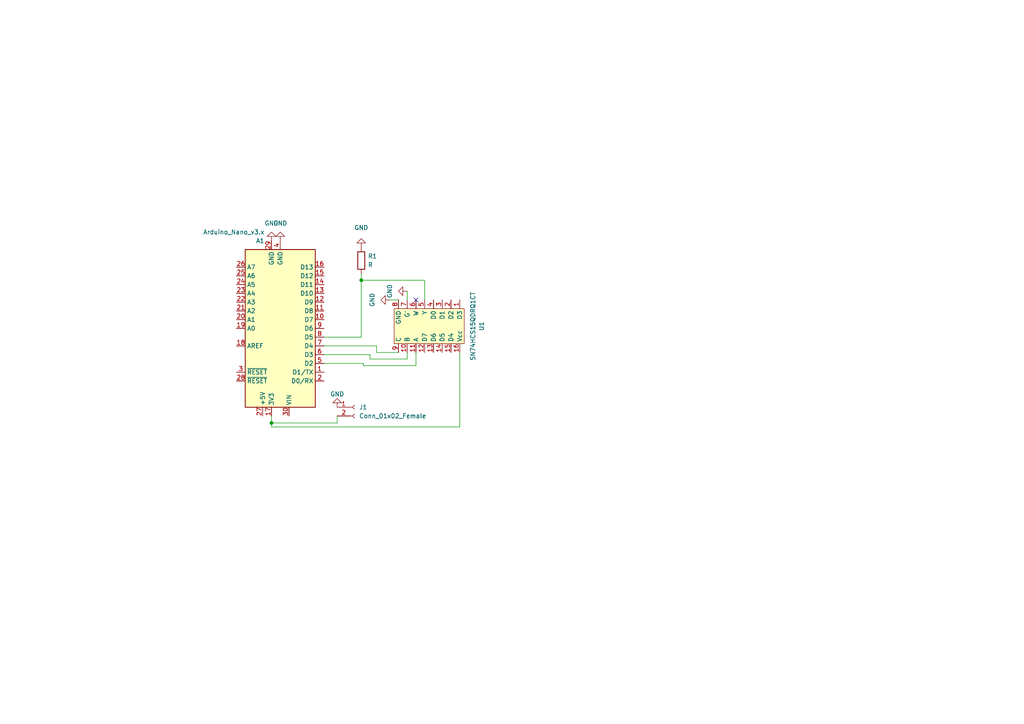
<source format=kicad_sch>
(kicad_sch (version 20211123) (generator eeschema)
  (paper "A4")
  (lib_symbols
    (symbol "Connector:Conn_01x02_Female" (pin_names (offset 1.016) hide)
      (property "Reference" "J" (at 0 2.54 0))
      (property "Value" "Conn_01x02_Female" (at 0 -5.08 0))
      (symbol "Conn_01x02_Female_1_1"
        (arc (start 0 -2.032) (mid -0.508 -2.54) (end 0 -3.048) (stroke (width 0.1524)))
        (polyline (pts (xy -1.27 -2.54) (xy -0.508 -2.54)) (stroke (width 0.1524)))
        (polyline (pts (xy -1.27 0) (xy -0.508 0)) (stroke (width 0.1524)))
        (arc (start 0 0.508) (mid -0.508 0) (end 0 -0.508) (stroke (width 0.1524)))
        (pin passive line (at -5.08 0 0) (length 3.81) (name "Pin_1") (number "1"))
        (pin passive line (at -5.08 -2.54 0) (length 3.81) (name "Pin_2") (number "2"))
      )
    )
    (symbol "Device:R" (pin_numbers hide) (pin_names (offset 0))
      (property "Reference" "R" (at 2.032 0 90))
      (property "Value" "R" (at 0 0 90))
      (symbol "R_0_1"
        (rectangle (start -1.016 -2.54) (end 1.016 2.54) (stroke (width 0.254)))
      )
      (symbol "R_1_1"
        (pin passive line (at 0 3.81 270) (length 1.27) (name "~") (number "1"))
        (pin passive line (at 0 -3.81 90) (length 1.27) (name "~") (number "2"))
      )
    )
    (symbol "MCU_Module:Arduino_Nano_v3.x"
      (property "Reference" "A" (at -10.16 23.495 0))
      (property "Value" "Arduino_Nano_v3.x" (at 5.08 -24.13 0))
      (symbol "Arduino_Nano_v3.x_0_1"
        (rectangle (start -10.16 22.86) (end 10.16 -22.86) (stroke (width 0.254)) (fill (type background)))
      )
      (symbol "Arduino_Nano_v3.x_1_1"
        (pin bidirectional line (at -12.7 12.7 0) (length 2.54) (name "D1/TX") (number "1"))
        (pin bidirectional line (at -12.7 -2.54 0) (length 2.54) (name "D7") (number "10"))
        (pin bidirectional line (at -12.7 -5.08 0) (length 2.54) (name "D8") (number "11"))
        (pin bidirectional line (at -12.7 -7.62 0) (length 2.54) (name "D9") (number "12"))
        (pin bidirectional line (at -12.7 -10.16 0) (length 2.54) (name "D10") (number "13"))
        (pin bidirectional line (at -12.7 -12.7 0) (length 2.54) (name "D11") (number "14"))
        (pin bidirectional line (at -12.7 -15.24 0) (length 2.54) (name "D12") (number "15"))
        (pin bidirectional line (at -12.7 -17.78 0) (length 2.54) (name "D13") (number "16"))
        (pin power_out line (at 2.54 25.4 270) (length 2.54) (name "3V3") (number "17"))
        (pin input line (at 12.7 5.08 180) (length 2.54) (name "AREF") (number "18"))
        (pin bidirectional line (at 12.7 0 180) (length 2.54) (name "A0") (number "19"))
        (pin bidirectional line (at -12.7 15.24 0) (length 2.54) (name "D0/RX") (number "2"))
        (pin bidirectional line (at 12.7 -2.54 180) (length 2.54) (name "A1") (number "20"))
        (pin bidirectional line (at 12.7 -5.08 180) (length 2.54) (name "A2") (number "21"))
        (pin bidirectional line (at 12.7 -7.62 180) (length 2.54) (name "A3") (number "22"))
        (pin bidirectional line (at 12.7 -10.16 180) (length 2.54) (name "A4") (number "23"))
        (pin bidirectional line (at 12.7 -12.7 180) (length 2.54) (name "A5") (number "24"))
        (pin bidirectional line (at 12.7 -15.24 180) (length 2.54) (name "A6") (number "25"))
        (pin bidirectional line (at 12.7 -17.78 180) (length 2.54) (name "A7") (number "26"))
        (pin power_out line (at 5.08 25.4 270) (length 2.54) (name "+5V") (number "27"))
        (pin input line (at 12.7 15.24 180) (length 2.54) (name "~{RESET}") (number "28"))
        (pin power_in line (at 2.54 -25.4 90) (length 2.54) (name "GND") (number "29"))
        (pin input line (at 12.7 12.7 180) (length 2.54) (name "~{RESET}") (number "3"))
        (pin power_in line (at -2.54 25.4 270) (length 2.54) (name "VIN") (number "30"))
        (pin power_in line (at 0 -25.4 90) (length 2.54) (name "GND") (number "4"))
        (pin bidirectional line (at -12.7 10.16 0) (length 2.54) (name "D2") (number "5"))
        (pin bidirectional line (at -12.7 7.62 0) (length 2.54) (name "D3") (number "6"))
        (pin bidirectional line (at -12.7 5.08 0) (length 2.54) (name "D4") (number "7"))
        (pin bidirectional line (at -12.7 2.54 0) (length 2.54) (name "D5") (number "8"))
        (pin bidirectional line (at -12.7 0 0) (length 2.54) (name "D6") (number "9"))
      )
    )
    (symbol "power:GND" (power) (pin_names (offset 0))
      (property "Value" "GND" (at 0 -3.81 0))
      (symbol "GND_0_1"
        (polyline (pts (xy 0 0) (xy 0 -1.27) (xy 1.27 -1.27) (xy 0 -2.54) (xy -1.27 -1.27) (xy 0 -1.27)))
      )
      (symbol "GND_1_1"
        (pin power_in line (at 0 0 270) (length 0) hide (name "GND") (number "1"))
      )
    )
    (symbol "single_layer_prototype:SN74HCS15QDRQ1CT"
      (property "Reference" "U" (at 0 0 0))
      (property "Value" "SN74HCS15QDRQ1CT" (at 0 2.54 0))
      (symbol "SN74HCS15QDRQ1CT_0_1"
        (rectangle (start -5.08 -1.27) (end 5.08 -21.59) (fill (type background)))
      )
      (symbol "SN74HCS15QDRQ1CT_1_1"
        (pin input line (at -7.62 -2.54 0) (length 2.54) (name "D3") (number "1"))
        (pin input line (at 7.62 -17.78 180) (length 2.54) (name "B") (number "10"))
        (pin input line (at 7.62 -15.24 180) (length 2.54) (name "A") (number "11"))
        (pin input line (at 7.62 -12.7 180) (length 2.54) (name "D7") (number "12"))
        (pin input line (at 7.62 -10.16 180) (length 2.54) (name "D6") (number "13"))
        (pin input line (at 7.62 -7.62 180) (length 2.54) (name "D5") (number "14"))
        (pin input line (at 7.62 -5.08 180) (length 2.54) (name "D4") (number "15"))
        (pin input line (at 7.62 -2.54 180) (length 2.54) (name "Vcc") (number "16"))
        (pin input line (at -7.62 -5.08 0) (length 2.54) (name "D2") (number "2"))
        (pin input line (at -7.62 -7.62 0) (length 2.54) (name "D1") (number "3"))
        (pin input line (at -7.62 -10.16 0) (length 2.54) (name "D0") (number "4"))
        (pin input line (at -7.62 -12.7 0) (length 2.54) (name "Y") (number "5"))
        (pin input line (at -7.62 -15.24 0) (length 2.54) (name "W") (number "6"))
        (pin input line (at -7.62 -17.78 0) (length 2.54) (name "G'") (number "7"))
        (pin input line (at -7.62 -20.32 0) (length 2.54) (name "GND") (number "8"))
        (pin input line (at 7.62 -20.32 180) (length 2.54) (name "C") (number "9"))
      )
    )
  )
  (junction (at 104.775 81.28))
  (junction (at 78.74 122.682))
  (no_connect (at 120.65 86.995))
  (wire (pts (xy 107.315 104.14) (xy 107.315 102.87)))
  (wire (pts (xy 97.79 122.682) (xy 78.74 122.682)))
  (wire (pts (xy 123.19 81.28) (xy 104.775 81.28)))
  (wire (pts (xy 78.74 123.825) (xy 133.35 123.825)))
  (wire (pts (xy 104.775 79.375) (xy 104.775 81.28)))
  (wire (pts (xy 104.775 97.79) (xy 93.98 97.79)))
  (wire (pts (xy 123.19 86.995) (xy 123.19 81.28)))
  (wire (pts (xy 115.57 86.995) (xy 113.03 86.995)))
  (wire (pts (xy 118.11 102.235) (xy 118.11 104.14)))
  (wire (pts (xy 78.74 122.682) (xy 78.74 123.825)))
  (wire (pts (xy 105.41 106.045) (xy 105.41 105.41)))
  (wire (pts (xy 107.315 102.87) (xy 93.98 102.87)))
  (wire (pts (xy 97.79 120.65) (xy 97.79 122.682)))
  (wire (pts (xy 105.41 105.41) (xy 93.98 105.41)))
  (wire (pts (xy 109.22 100.33) (xy 93.98 100.33)))
  (wire (pts (xy 120.65 106.045) (xy 105.41 106.045)))
  (wire (pts (xy 133.35 123.825) (xy 133.35 102.235)))
  (wire (pts (xy 104.775 81.28) (xy 104.775 97.79)))
  (wire (pts (xy 118.11 86.995) (xy 118.11 84.455)))
  (wire (pts (xy 120.65 102.235) (xy 120.65 106.045)))
  (wire (pts (xy 115.57 102.235) (xy 109.22 102.235)))
  (wire (pts (xy 78.74 120.65) (xy 78.74 122.682)))
  (wire (pts (xy 118.11 104.14) (xy 107.315 104.14)))
  (wire (pts (xy 109.22 102.235) (xy 109.22 100.33)))
  (symbol (lib_id "single_layer_prototype:SN74HCS15QDRQ1CT") (at 135.89 94.615 270) (unit 1)
    (property "Reference" "U1" (at 139.7 94.615 0))
    (property "Value" "SN74HCS15QDRQ1CT" (at 137.16 94.615 0))
    (property "Footprint" "Package_SO:SOIC-16_3.9x9.9mm_P1.27mm" (effects hide))
  )
  (symbol (lib_id "power:GND") (at 78.74 69.85 180) (unit 1)
    (property "Reference" "#PWR0102" (effects hide))
    (property "Value" "GND" (at 78.74 64.77 0))
  )
  (symbol (lib_id "MCU_Module:Arduino_Nano_v3.x") (at 81.28 95.25 180) (unit 1)
    (property "Reference" "A1" (at 76.7206 69.85 0) (effects (justify left)))
    (property "Value" "Arduino_Nano_v3.x" (at 76.7206 67.31 0) (effects (justify left)))
    (property "Footprint" "Module:Arduino_Nano" (effects hide))
    (property "Datasheet" "http://www.mouser.com/pdfdocs/Gravitech_Arduino_Nano3_0.pdf" (effects hide))
  )
  (symbol (lib_id "Device:R") (at 104.775 75.565 0) (unit 1)
    (property "Reference" "R1" (at 106.68 74.2949 0) (effects (justify left)))
    (property "Value" "R" (at 106.68 76.8349 0) (effects (justify left)))
    (property "Footprint" "Resistor_SMD:R_1206_3216Metric" (effects hide))
  )
  (symbol (lib_id "power:GND") (at 97.79 118.11 180) (unit 1)
    (property "Reference" "#PWR02" (effects hide))
    (property "Value" "GND" (at 97.79 114.3 0))
  )
  (symbol (lib_id "power:GND") (at 104.775 71.755 180) (unit 1)
    (property "Reference" "#PWR03" (effects hide))
    (property "Value" "GND" (at 104.775 66.04 0))
  )
  (symbol (lib_id "power:GND") (at 118.11 84.455 270) (unit 1)
    (property "Reference" "#PWR01" (effects hide))
    (property "Value" "GND" (at 113.03 84.455 0))
  )
  (symbol (lib_id "power:GND") (at 113.03 86.995 270) (unit 1)
    (property "Reference" "#PWR0103" (effects hide))
    (property "Value" "GND" (at 107.95 86.995 0))
  )
  (symbol (lib_id "Connector:Conn_01x02_Female") (at 102.87 118.11 0) (unit 1)
    (property "Reference" "J1" (at 104.14 118.1099 0) (effects (justify left)))
    (property "Value" "Conn_01x02_Female" (at 104.14 120.6499 0) (effects (justify left)))
    (property "Footprint" "ARTS-Lab:banana_connector" (effects hide))
  )
  (symbol (lib_id "power:GND") (at 81.28 69.85 180) (unit 1)
    (property "Reference" "#PWR0101" (effects hide))
    (property "Value" "GND" (at 81.28 64.77 0))
  )
)
</source>
